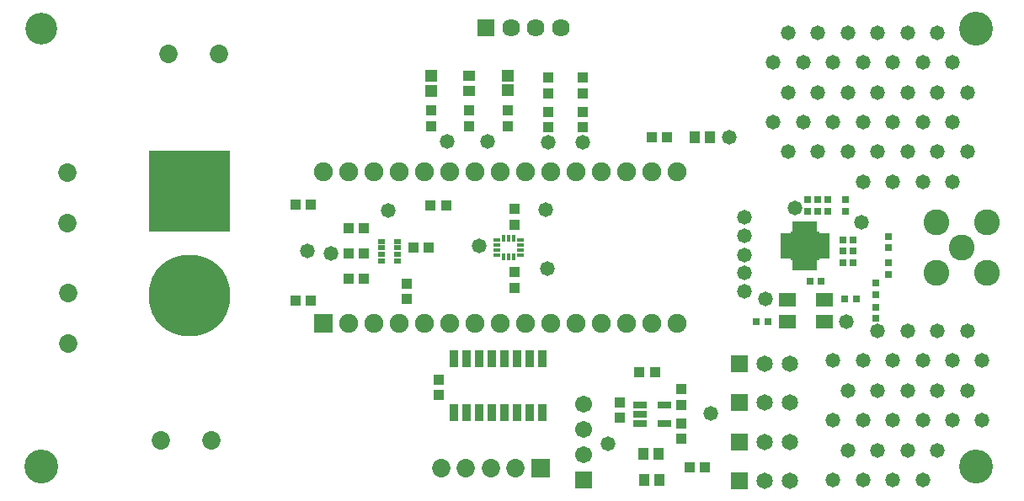
<source format=gts>
G04*
G04 #@! TF.GenerationSoftware,Altium Limited,Altium Designer,19.1.9 (167)*
G04*
G04 Layer_Color=8388736*
%FSLAX25Y25*%
%MOIN*%
G70*
G01*
G75*
%ADD33R,0.04540X0.04540*%
%ADD34R,0.04540X0.04343*%
%ADD35R,0.04147X0.04147*%
%ADD36R,0.04343X0.04540*%
%ADD37R,0.04147X0.04147*%
%ADD38R,0.05524X0.03162*%
%ADD39R,0.03359X0.06804*%
%ADD40R,0.01784X0.02670*%
%ADD41R,0.02670X0.01784*%
%ADD42R,0.02769X0.02178*%
%ADD43R,0.02965X0.02965*%
%ADD44R,0.02965X0.02965*%
%ADD45R,0.03162X0.02769*%
%ADD46R,0.07099X0.05721*%
%ADD47R,0.11430X0.11430*%
%ADD48R,0.01981X0.04147*%
%ADD49R,0.04147X0.01981*%
%ADD50C,0.06501*%
%ADD51R,0.06501X0.06501*%
%ADD52C,0.06706*%
%ADD53R,0.06706X0.06706*%
%ADD54C,0.32296*%
%ADD55R,0.32296X0.32296*%
%ADD56C,0.10249*%
%ADD57R,0.07493X0.07493*%
%ADD58C,0.07493*%
%ADD59R,0.07296X0.07296*%
%ADD60C,0.07296*%
%ADD61C,0.07060*%
%ADD62R,0.07060X0.07060*%
%ADD63C,0.05800*%
%ADD64C,0.13398*%
%ADD65C,0.12611*%
D33*
X166000Y160500D02*
D03*
Y166405D02*
D03*
X196500Y160547D02*
D03*
Y166453D02*
D03*
D34*
X181000Y160500D02*
D03*
Y166405D02*
D03*
D35*
X166000Y146449D02*
D03*
Y152551D02*
D03*
X196500Y146449D02*
D03*
Y152551D02*
D03*
X181000Y146449D02*
D03*
Y152551D02*
D03*
X212500Y165551D02*
D03*
Y159449D02*
D03*
X265142Y36086D02*
D03*
Y42189D02*
D03*
Y28638D02*
D03*
Y22535D02*
D03*
X240642Y37138D02*
D03*
Y31035D02*
D03*
X156500Y84102D02*
D03*
Y78000D02*
D03*
X168988Y46063D02*
D03*
Y39960D02*
D03*
X199000Y82449D02*
D03*
Y88551D02*
D03*
Y113602D02*
D03*
Y107500D02*
D03*
X212500Y146000D02*
D03*
Y152102D02*
D03*
X226000Y146000D02*
D03*
Y152102D02*
D03*
Y159500D02*
D03*
Y165602D02*
D03*
D36*
X256441Y6511D02*
D03*
X250536D02*
D03*
X276500Y142000D02*
D03*
X270595D02*
D03*
X256095Y16586D02*
D03*
X250190D02*
D03*
D37*
X259551Y142000D02*
D03*
X253449D02*
D03*
X248591Y49086D02*
D03*
X254694D02*
D03*
X274540Y11512D02*
D03*
X268437D02*
D03*
X165898Y115000D02*
D03*
X172000D02*
D03*
X133449Y86000D02*
D03*
X139551D02*
D03*
X133398Y106000D02*
D03*
X139500D02*
D03*
X133449Y96000D02*
D03*
X139551D02*
D03*
X165102Y98500D02*
D03*
X159000D02*
D03*
X118602Y115500D02*
D03*
X112500D02*
D03*
X118602Y77500D02*
D03*
X112500D02*
D03*
D38*
X258485Y36086D02*
D03*
Y28606D02*
D03*
X248642D02*
D03*
Y32346D02*
D03*
Y36086D02*
D03*
D39*
X209988Y54366D02*
D03*
X204988D02*
D03*
X199988D02*
D03*
X194988D02*
D03*
X189988D02*
D03*
X184988D02*
D03*
X179988D02*
D03*
X174988D02*
D03*
Y33011D02*
D03*
X179988D02*
D03*
X184988D02*
D03*
X189988D02*
D03*
X194988D02*
D03*
X199988D02*
D03*
X204988D02*
D03*
X209988D02*
D03*
D40*
X194882Y102018D02*
D03*
X196850D02*
D03*
X198819D02*
D03*
Y94833D02*
D03*
X196850D02*
D03*
X194882D02*
D03*
D41*
X201427Y101378D02*
D03*
Y99410D02*
D03*
Y97441D02*
D03*
Y95472D02*
D03*
X192274D02*
D03*
Y97441D02*
D03*
Y99410D02*
D03*
Y101378D02*
D03*
D42*
X152650Y100839D02*
D03*
Y98280D02*
D03*
Y95720D02*
D03*
Y93161D02*
D03*
X146350D02*
D03*
Y95720D02*
D03*
Y98280D02*
D03*
Y100839D02*
D03*
D43*
X342000Y70200D02*
D03*
Y74800D02*
D03*
Y79700D02*
D03*
Y84300D02*
D03*
X347000Y102799D02*
D03*
Y98199D02*
D03*
Y87699D02*
D03*
Y92299D02*
D03*
X330000Y112700D02*
D03*
Y117300D02*
D03*
X323000D02*
D03*
Y112700D02*
D03*
X319000Y117300D02*
D03*
Y112700D02*
D03*
X315000Y117300D02*
D03*
Y112700D02*
D03*
D44*
X334300Y78000D02*
D03*
X329700D02*
D03*
X320600Y85000D02*
D03*
X316000D02*
D03*
X294700Y69000D02*
D03*
X299300D02*
D03*
D45*
X329031Y101500D02*
D03*
X332968D02*
D03*
X333000Y92500D02*
D03*
X329063D02*
D03*
X332968Y97000D02*
D03*
X329031D02*
D03*
D46*
X307217Y77831D02*
D03*
X321783D02*
D03*
Y69169D02*
D03*
X307217D02*
D03*
D47*
X314000Y99000D02*
D03*
D48*
X310063Y106677D02*
D03*
X312032D02*
D03*
X314000D02*
D03*
X315968D02*
D03*
X317937D02*
D03*
Y91323D02*
D03*
X315968D02*
D03*
X314000D02*
D03*
X312032D02*
D03*
X310063D02*
D03*
D49*
X321677Y102937D02*
D03*
Y100969D02*
D03*
Y99000D02*
D03*
Y97031D02*
D03*
Y95063D02*
D03*
X306323D02*
D03*
Y97031D02*
D03*
Y99000D02*
D03*
Y100969D02*
D03*
Y102937D02*
D03*
D50*
X308000Y52500D02*
D03*
X298000D02*
D03*
X308000Y37000D02*
D03*
X298000D02*
D03*
X308000Y21500D02*
D03*
X298000D02*
D03*
X308000Y6000D02*
D03*
X298000D02*
D03*
D51*
X288000Y52500D02*
D03*
Y37000D02*
D03*
Y21500D02*
D03*
Y6000D02*
D03*
D52*
X226488Y36511D02*
D03*
Y26511D02*
D03*
Y16511D02*
D03*
D53*
Y6511D02*
D03*
D54*
X70500Y79250D02*
D03*
D55*
Y120750D02*
D03*
D56*
X385998Y108425D02*
D03*
X365998D02*
D03*
Y88425D02*
D03*
X385998D02*
D03*
X375998Y98425D02*
D03*
D57*
X123500Y68500D02*
D03*
D58*
X133500D02*
D03*
X143500D02*
D03*
X153500D02*
D03*
X163500D02*
D03*
X173500D02*
D03*
X183500D02*
D03*
X193500D02*
D03*
X203500D02*
D03*
X213500D02*
D03*
X223500D02*
D03*
X233500D02*
D03*
X243500D02*
D03*
X253500D02*
D03*
X263500D02*
D03*
X123500Y128500D02*
D03*
X133500D02*
D03*
X143500D02*
D03*
X153500D02*
D03*
X163500D02*
D03*
X173500D02*
D03*
X183500D02*
D03*
X193500D02*
D03*
X203500D02*
D03*
X213500D02*
D03*
X223500D02*
D03*
X233500D02*
D03*
X243500D02*
D03*
X253500D02*
D03*
X263500D02*
D03*
D59*
X209331Y11011D02*
D03*
D60*
X199488D02*
D03*
X189646D02*
D03*
X179803D02*
D03*
X169961D02*
D03*
X59055Y22000D02*
D03*
X79055D02*
D03*
X22500Y80500D02*
D03*
Y60500D02*
D03*
X22000Y128000D02*
D03*
Y108000D02*
D03*
X82000Y175000D02*
D03*
X62000D02*
D03*
D61*
X217342Y185500D02*
D03*
X207500D02*
D03*
X197658D02*
D03*
D62*
X187815D02*
D03*
D63*
X290000Y110500D02*
D03*
X172500Y140500D02*
D03*
X188500D02*
D03*
X372441Y171653D02*
D03*
X378346Y159842D02*
D03*
X372441Y148031D02*
D03*
X378346Y136220D02*
D03*
X372441Y124409D02*
D03*
X366535Y183465D02*
D03*
X360630Y171653D02*
D03*
X366535Y159842D02*
D03*
X360630Y148031D02*
D03*
X366535Y136220D02*
D03*
X360630Y124409D02*
D03*
X354724Y183465D02*
D03*
X348819Y171653D02*
D03*
X354724Y159842D02*
D03*
X348819Y148031D02*
D03*
X354724Y136220D02*
D03*
X348819Y124409D02*
D03*
X342913Y183465D02*
D03*
X337008Y171653D02*
D03*
X342913Y159842D02*
D03*
X337008Y148031D02*
D03*
X342913Y136220D02*
D03*
X337008Y124409D02*
D03*
X331102Y183465D02*
D03*
X325197Y171653D02*
D03*
X331102Y159842D02*
D03*
X325197Y148031D02*
D03*
X331102Y136220D02*
D03*
X319291Y183465D02*
D03*
X313386Y171653D02*
D03*
X319291Y159842D02*
D03*
X313386Y148031D02*
D03*
X319291Y136220D02*
D03*
X307480Y183465D02*
D03*
X301575Y171653D02*
D03*
X307480Y159842D02*
D03*
X301575Y148031D02*
D03*
X307480Y136220D02*
D03*
X384252Y53543D02*
D03*
Y29921D02*
D03*
X378346Y65354D02*
D03*
X372441Y53543D02*
D03*
X378346Y41732D02*
D03*
X372441Y29921D02*
D03*
X366535Y65354D02*
D03*
X360630Y53543D02*
D03*
X366535Y41732D02*
D03*
X360630Y29921D02*
D03*
X366535Y18110D02*
D03*
X360630Y6299D02*
D03*
X354724Y65354D02*
D03*
X348819Y53543D02*
D03*
X354724Y41732D02*
D03*
X348819Y29921D02*
D03*
X354724Y18110D02*
D03*
X348819Y6299D02*
D03*
X342913Y65354D02*
D03*
X337008Y53543D02*
D03*
X342913Y41732D02*
D03*
X337008Y29921D02*
D03*
X342913Y18110D02*
D03*
X337008Y6299D02*
D03*
X325197Y53543D02*
D03*
X331102Y41732D02*
D03*
X325197Y29921D02*
D03*
X331102Y18110D02*
D03*
X325197Y6299D02*
D03*
X284000Y142000D02*
D03*
X117000Y97000D02*
D03*
X226000Y140000D02*
D03*
X212500D02*
D03*
X290000Y88500D02*
D03*
Y81000D02*
D03*
Y103000D02*
D03*
Y95500D02*
D03*
X236142Y20586D02*
D03*
X276642Y32586D02*
D03*
X149000Y113000D02*
D03*
X126500Y96000D02*
D03*
X212000Y90000D02*
D03*
X185000Y99000D02*
D03*
X211500Y113500D02*
D03*
X298500Y78000D02*
D03*
X336500Y108500D02*
D03*
X330500Y69000D02*
D03*
X310000Y114000D02*
D03*
D64*
X381890Y185039D02*
D03*
Y11811D02*
D03*
X11811D02*
D03*
D65*
Y185039D02*
D03*
M02*

</source>
